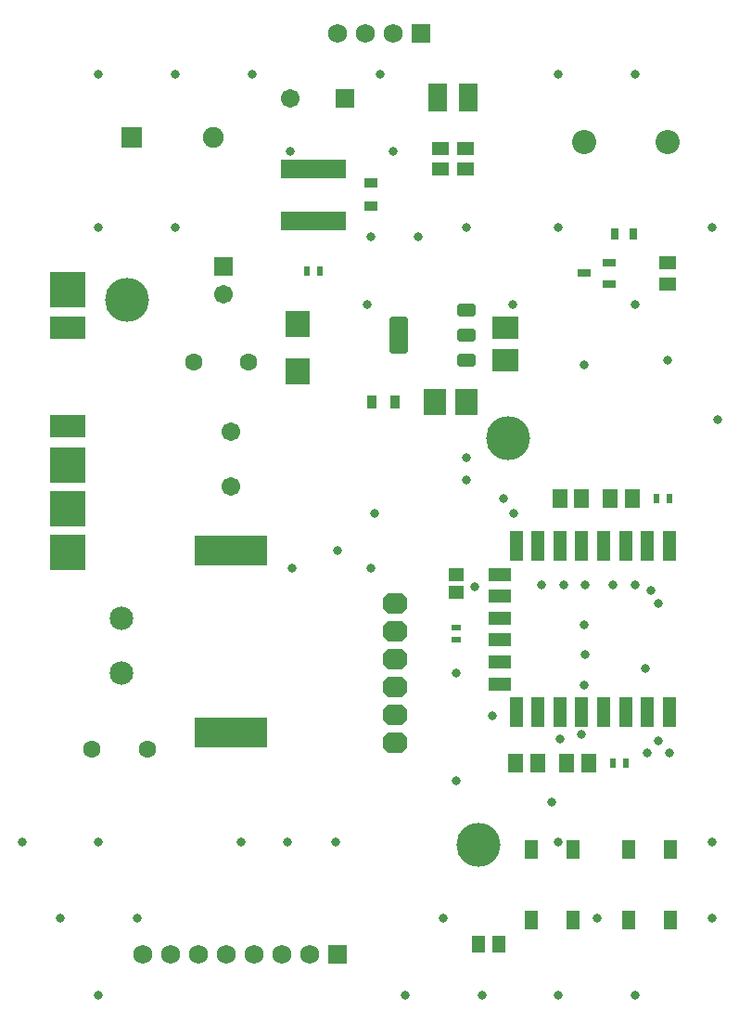
<source format=gts>
G04*
G04 #@! TF.GenerationSoftware,Altium Limited,Altium Designer,23.4.1 (23)*
G04*
G04 Layer_Color=8388736*
%FSLAX25Y25*%
%MOIN*%
G70*
G04*
G04 #@! TF.SameCoordinates,90884238-BF1D-4E64-AC19-F0AC37931AF7*
G04*
G04*
G04 #@! TF.FilePolarity,Negative*
G04*
G01*
G75*
%ADD19R,0.04540X0.06312*%
%ADD20R,0.04737X0.10642*%
%ADD21R,0.07887X0.04737*%
%ADD22R,0.04724X0.03543*%
%ADD23R,0.09580X0.07887*%
%ADD24R,0.07099X0.10249*%
G04:AMPARAMS|DCode=25|XSize=43.43mil|YSize=65.09mil|CornerRadius=5.95mil|HoleSize=0mil|Usage=FLASHONLY|Rotation=270.000|XOffset=0mil|YOffset=0mil|HoleType=Round|Shape=RoundedRectangle|*
%AMROUNDEDRECTD25*
21,1,0.04343,0.05319,0,0,270.0*
21,1,0.03154,0.06509,0,0,270.0*
1,1,0.01190,-0.02659,-0.01577*
1,1,0.01190,-0.02659,0.01577*
1,1,0.01190,0.02659,0.01577*
1,1,0.01190,0.02659,-0.01577*
%
%ADD25ROUNDEDRECTD25*%
%ADD26R,0.04737X0.07099*%
%ADD27R,0.06312X0.04540*%
%ADD28R,0.04737X0.03162*%
%ADD29R,0.03162X0.03950*%
%ADD30R,0.07887X0.09580*%
G04:AMPARAMS|DCode=31|XSize=132.02mil|YSize=65.09mil|CornerRadius=6mil|HoleSize=0mil|Usage=FLASHONLY|Rotation=270.000|XOffset=0mil|YOffset=0mil|HoleType=Round|Shape=RoundedRectangle|*
%AMROUNDEDRECTD31*
21,1,0.13202,0.05309,0,0,270.0*
21,1,0.12002,0.06509,0,0,270.0*
1,1,0.01200,-0.02655,-0.06001*
1,1,0.01200,-0.02655,0.06001*
1,1,0.01200,0.02655,0.06001*
1,1,0.01200,0.02655,-0.06001*
%
%ADD31ROUNDEDRECTD31*%
%ADD32R,0.23241X0.07099*%
%ADD33R,0.09147X0.09776*%
%ADD34R,0.02461X0.03248*%
%ADD35R,0.26391X0.10642*%
%ADD36R,0.03543X0.04724*%
%ADD37R,0.05524X0.06509*%
%ADD38R,0.03248X0.02461*%
%ADD39R,0.05733X0.04940*%
%ADD40C,0.15761*%
%ADD41C,0.06800*%
%ADD42R,0.06800X0.06800*%
G04:AMPARAMS|DCode=43|XSize=88mil|YSize=71.94mil|CornerRadius=0mil|HoleSize=0mil|Usage=FLASHONLY|Rotation=180.000|XOffset=0mil|YOffset=0mil|HoleType=Round|Shape=Octagon|*
%AMOCTAGOND43*
4,1,8,-0.04400,0.01798,-0.04400,-0.01798,-0.02602,-0.03597,0.02602,-0.03597,0.04400,-0.01798,0.04400,0.01798,0.02602,0.03597,-0.02602,0.03597,-0.04400,0.01798,0.0*
%
%ADD43OCTAGOND43*%

%ADD44R,0.12611X0.08417*%
%ADD45R,0.12611X0.12611*%
%ADD46C,0.08674*%
%ADD47C,0.08477*%
%ADD48R,0.06706X0.06706*%
%ADD49C,0.06706*%
%ADD50R,0.06706X0.06706*%
%ADD51C,0.06312*%
%ADD52R,0.07493X0.07493*%
%ADD53C,0.07493*%
%ADD54C,0.03162*%
D19*
X181640Y27900D02*
D03*
X174160D02*
D03*
D20*
X242980Y171121D02*
D03*
X235105D02*
D03*
X227232D02*
D03*
X219357D02*
D03*
X211484D02*
D03*
X203609D02*
D03*
X195735D02*
D03*
X187861D02*
D03*
Y111279D02*
D03*
X195735D02*
D03*
X203609D02*
D03*
X211484D02*
D03*
X219357D02*
D03*
X227232D02*
D03*
X235105D02*
D03*
X242980D02*
D03*
D21*
X181956Y160885D02*
D03*
Y153011D02*
D03*
Y145137D02*
D03*
Y137263D02*
D03*
Y129389D02*
D03*
Y121515D02*
D03*
D22*
X135800Y292980D02*
D03*
Y301248D02*
D03*
D23*
X183900Y249241D02*
D03*
Y237745D02*
D03*
D24*
X159490Y332100D02*
D03*
X170710D02*
D03*
D25*
X170006Y255855D02*
D03*
Y246800D02*
D03*
Y237745D02*
D03*
D26*
X208424Y61998D02*
D03*
Y36802D02*
D03*
X193463Y61998D02*
D03*
Y36802D02*
D03*
X243297Y61998D02*
D03*
Y36802D02*
D03*
X228336Y61998D02*
D03*
Y36802D02*
D03*
D27*
X242261Y272640D02*
D03*
Y265160D02*
D03*
X169600Y313840D02*
D03*
Y306360D02*
D03*
X160600Y313840D02*
D03*
Y306360D02*
D03*
D28*
X221394Y265160D02*
D03*
Y272640D02*
D03*
X212339Y268900D02*
D03*
D29*
X229862Y282900D02*
D03*
X223169D02*
D03*
D30*
X158510Y222700D02*
D03*
X170006D02*
D03*
D31*
X145794Y246800D02*
D03*
D32*
X114937Y287862D02*
D03*
Y306366D02*
D03*
D33*
X109330Y250817D02*
D03*
Y233770D02*
D03*
D34*
X117201Y269700D02*
D03*
X112673D02*
D03*
X242964Y188000D02*
D03*
X238436D02*
D03*
X222636Y93200D02*
D03*
X227164D02*
D03*
D35*
X85251Y169477D02*
D03*
Y104123D02*
D03*
D36*
X144311Y222700D02*
D03*
X136043D02*
D03*
D37*
X221763Y188000D02*
D03*
X229637D02*
D03*
X203563D02*
D03*
X211437D02*
D03*
X213837Y93200D02*
D03*
X205963D02*
D03*
X195637D02*
D03*
X187763D02*
D03*
D38*
X166400Y141791D02*
D03*
Y137263D02*
D03*
D39*
Y160885D02*
D03*
Y154383D02*
D03*
D40*
X48100Y259500D02*
D03*
X184900Y209700D02*
D03*
X174300Y63600D02*
D03*
D41*
X53500Y24300D02*
D03*
X63500D02*
D03*
X73500D02*
D03*
X83500D02*
D03*
X93500D02*
D03*
X103500D02*
D03*
X113500D02*
D03*
X143700Y355100D02*
D03*
X133700D02*
D03*
X123700D02*
D03*
D42*
X123500Y24300D02*
D03*
X153700Y355100D02*
D03*
D43*
X144200Y150250D02*
D03*
Y140250D02*
D03*
Y130250D02*
D03*
Y120250D02*
D03*
Y110250D02*
D03*
Y100250D02*
D03*
D44*
X26612Y214004D02*
D03*
Y249300D02*
D03*
D45*
Y168660D02*
D03*
Y184408D02*
D03*
Y263148D02*
D03*
Y200156D02*
D03*
D46*
X212339Y315900D02*
D03*
X242261D02*
D03*
D47*
X46082Y145085D02*
D03*
Y125400D02*
D03*
D48*
X126354Y331648D02*
D03*
D49*
X106669D02*
D03*
X85251Y212085D02*
D03*
Y192400D02*
D03*
X82672Y261400D02*
D03*
D50*
Y271242D02*
D03*
D51*
X35216Y98200D02*
D03*
X55216D02*
D03*
X72062Y236900D02*
D03*
X91747D02*
D03*
D52*
X49536Y317800D02*
D03*
D53*
X79064D02*
D03*
D54*
X258268Y37295D02*
D03*
X230709Y257768D02*
D03*
X260300Y216400D02*
D03*
X212339Y235938D02*
D03*
X173100Y156300D02*
D03*
X166300Y86800D02*
D03*
X234200Y127200D02*
D03*
X166400Y125500D02*
D03*
X242261Y237659D02*
D03*
X236200Y155000D02*
D03*
X230709Y340445D02*
D03*
X239000Y150300D02*
D03*
X212400Y121200D02*
D03*
X203150Y340445D02*
D03*
X179200Y110200D02*
D03*
X212400Y142800D02*
D03*
X212500Y131900D02*
D03*
X203600Y101800D02*
D03*
X139000Y340445D02*
D03*
X211400Y103300D02*
D03*
X170100Y285327D02*
D03*
Y202650D02*
D03*
X186625Y257768D02*
D03*
X143700Y312886D02*
D03*
X122931Y64854D02*
D03*
X105665D02*
D03*
X88999D02*
D03*
X258268Y285327D02*
D03*
Y64854D02*
D03*
X230709Y9736D02*
D03*
X203150Y285327D02*
D03*
Y64854D02*
D03*
X216929Y37295D02*
D03*
X203150Y9736D02*
D03*
X175591D02*
D03*
X161811Y37295D02*
D03*
X148031Y9736D02*
D03*
X134252Y257768D02*
D03*
X92913Y340445D02*
D03*
X106693Y312886D02*
D03*
X65354Y340445D02*
D03*
Y285327D02*
D03*
X37795Y340445D02*
D03*
Y285327D02*
D03*
Y64854D02*
D03*
X51575Y37295D02*
D03*
X37795Y9736D02*
D03*
X10236Y64854D02*
D03*
X24016Y37295D02*
D03*
X183300Y188000D02*
D03*
X169900Y194800D02*
D03*
X200800Y79000D02*
D03*
X135600Y162900D02*
D03*
X187100Y182600D02*
D03*
X135800Y282000D02*
D03*
X152600D02*
D03*
X136982Y182700D02*
D03*
X107300Y162900D02*
D03*
X123751Y169500D02*
D03*
X212700Y156900D02*
D03*
X222600D02*
D03*
X230700D02*
D03*
X204826D02*
D03*
X196952D02*
D03*
X239011Y101100D02*
D03*
X235105Y96700D02*
D03*
X242980D02*
D03*
M02*

</source>
